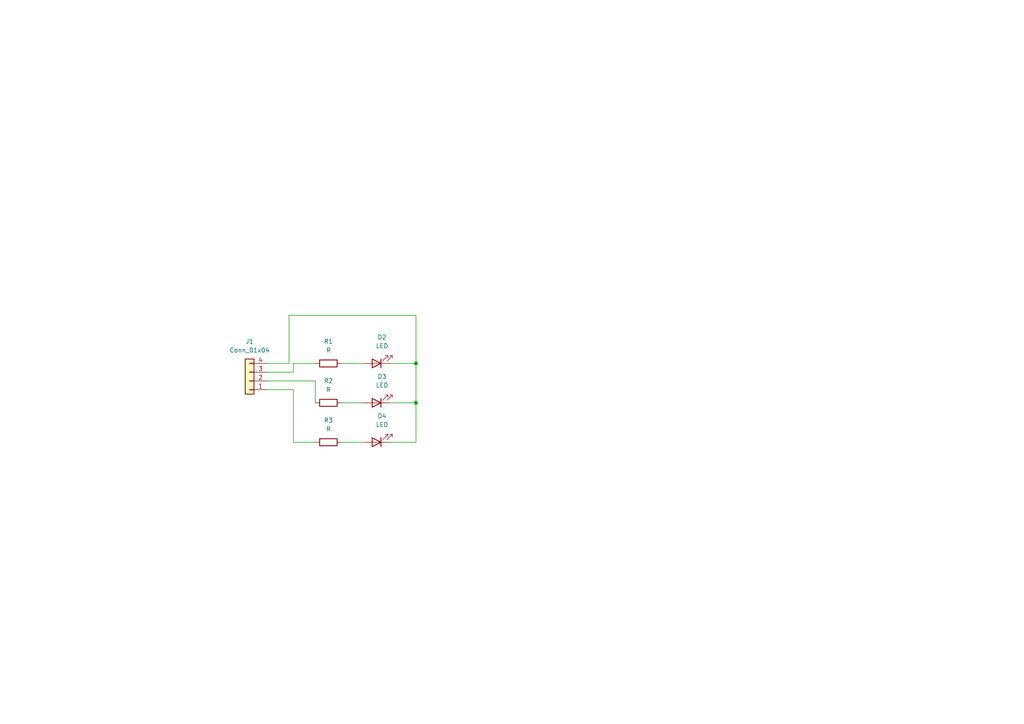
<source format=kicad_sch>
(kicad_sch (version 20230121) (generator eeschema)
  (paper "A4")
  (lib_symbols
    (symbol "Connector_Generic:Conn_01x04" (pin_names (offset 1.016) hide)
      (property "Reference" "J" (at 0 5.08 0))
      (property "Value" "Conn_01x04" (at 0 -7.62 0))
      (symbol "Conn_01x04_1_1"
        (rectangle (start -1.27 -4.953) (end 0 -5.207) (stroke (width 0.1524)))
        (rectangle (start -1.27 -2.413) (end 0 -2.667) (stroke (width 0.1524)))
        (rectangle (start -1.27 0.127) (end 0 -0.127) (stroke (width 0.1524)))
        (rectangle (start -1.27 2.667) (end 0 2.413) (stroke (width 0.1524)))
        (rectangle (start -1.27 3.81) (end 1.27 -6.35) (stroke (width 0.254)) (fill (type background)))
        (pin passive line (at -5.08 2.54 0) (length 3.81) (name "Pin_1") (number "1"))
        (pin passive line (at -5.08 0 0) (length 3.81) (name "Pin_2") (number "2"))
        (pin passive line (at -5.08 -2.54 0) (length 3.81) (name "Pin_3") (number "3"))
        (pin passive line (at -5.08 -5.08 0) (length 3.81) (name "Pin_4") (number "4"))
      )
    )
    (symbol "Device:LED" (pin_numbers hide) (pin_names (offset 1.016) hide)
      (property "Reference" "D" (at 0 2.54 0))
      (property "Value" "LED" (at 0 -2.54 0))
      (symbol "LED_0_1"
        (polyline (pts (xy -1.27 -1.27) (xy -1.27 1.27)) (stroke (width 0.254)))
        (polyline (pts (xy -1.27 0) (xy 1.27 0)))
        (polyline (pts (xy 1.27 -1.27) (xy 1.27 1.27) (xy -1.27 0) (xy 1.27 -1.27)) (stroke (width 0.254)))
        (polyline (pts (xy -3.048 -0.762) (xy -4.572 -2.286) (xy -3.81 -2.286) (xy -4.572 -2.286) (xy -4.572 -1.524)))
        (polyline (pts (xy -1.778 -0.762) (xy -3.302 -2.286) (xy -2.54 -2.286) (xy -3.302 -2.286) (xy -3.302 -1.524)))
      )
      (symbol "LED_1_1"
        (pin passive line (at -3.81 0 0) (length 2.54) (name "K") (number "1"))
        (pin passive line (at 3.81 0 180) (length 2.54) (name "A") (number "2"))
      )
    )
    (symbol "Device:R" (pin_numbers hide) (pin_names (offset 0))
      (property "Reference" "R" (at 2.032 0 90))
      (property "Value" "R" (at 0 0 90))
      (symbol "R_0_1"
        (rectangle (start -1.016 -2.54) (end 1.016 2.54) (stroke (width 0.254)))
      )
      (symbol "R_1_1"
        (pin passive line (at 0 3.81 270) (length 1.27) (name "~") (number "1"))
        (pin passive line (at 0 -3.81 90) (length 1.27) (name "~") (number "2"))
      )
    )
  )
  (junction (at 120.65 105.41))
  (junction (at 120.65 116.84))
  (wire (pts (xy 120.65 128.27) (xy 113.03 128.27)))
  (wire (pts (xy 77.47 110.49) (xy 91.44 110.49)))
  (wire (pts (xy 91.44 110.49) (xy 91.44 116.84)))
  (wire (pts (xy 77.47 107.95) (xy 85.09 107.95)))
  (wire (pts (xy 120.65 105.41) (xy 120.65 91.44)))
  (wire (pts (xy 85.09 105.41) (xy 91.44 105.41)))
  (wire (pts (xy 113.03 105.41) (xy 120.65 105.41)))
  (wire (pts (xy 77.47 113.03) (xy 85.09 113.03)))
  (wire (pts (xy 85.09 128.27) (xy 91.44 128.27)))
  (wire (pts (xy 113.03 116.84) (xy 120.65 116.84)))
  (wire (pts (xy 99.06 128.27) (xy 105.41 128.27)))
  (wire (pts (xy 83.82 105.41) (xy 83.82 91.44)))
  (wire (pts (xy 99.06 105.41) (xy 105.41 105.41)))
  (wire (pts (xy 120.65 116.84) (xy 120.65 128.27)))
  (wire (pts (xy 85.09 107.95) (xy 85.09 105.41)))
  (wire (pts (xy 120.65 105.41) (xy 120.65 116.84)))
  (wire (pts (xy 77.47 105.41) (xy 83.82 105.41)))
  (wire (pts (xy 83.82 91.44) (xy 120.65 91.44)))
  (wire (pts (xy 85.09 113.03) (xy 85.09 128.27)))
  (wire (pts (xy 99.06 116.84) (xy 105.41 116.84)))
  (symbol (lib_id "Device:LED") (at 109.22 105.41 180) (unit 1)
    (property "Reference" "D2" (at 110.8075 97.79 0))
    (property "Value" "LED" (at 110.8075 100.33 0))
  )
  (symbol (lib_id "Device:R") (at 95.25 128.27 90) (unit 1)
    (property "Reference" "R3" (at 95.25 121.92 90))
    (property "Value" "R" (at 95.25 124.46 90))
  )
  (symbol (lib_id "Connector_Generic:Conn_01x04") (at 72.39 110.49 180) (unit 1)
    (property "Reference" "J1" (at 72.39 99.06 0))
    (property "Value" "Conn_01x04" (at 72.39 101.6 0))
  )
  (symbol (lib_id "Device:R") (at 95.25 105.41 90) (unit 1)
    (property "Reference" "R1" (at 95.25 99.06 90))
    (property "Value" "R" (at 95.25 101.6 90))
  )
  (symbol (lib_id "Device:R") (at 95.25 116.84 90) (unit 1)
    (property "Reference" "R2" (at 95.25 110.49 90))
    (property "Value" "R" (at 95.25 113.03 90))
  )
  (symbol (lib_id "Device:LED") (at 109.22 128.27 180) (unit 1)
    (property "Reference" "D4" (at 110.8075 120.65 0))
    (property "Value" "LED" (at 110.8075 123.19 0))
  )
  (symbol (lib_id "Device:LED") (at 109.22 116.84 180) (unit 1)
    (property "Reference" "D3" (at 110.8075 109.22 0))
    (property "Value" "LED" (at 110.8075 111.76 0))
  )
)
</source>
